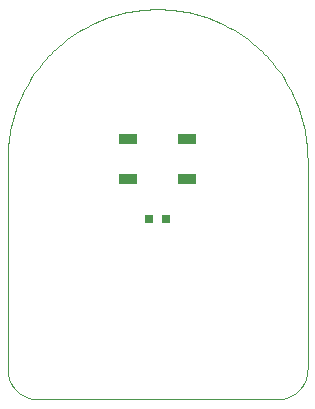
<source format=gtp>
G75*
%MOIN*%
%OFA0B0*%
%FSLAX25Y25*%
%IPPOS*%
%LPD*%
%AMOC8*
5,1,8,0,0,1.08239X$1,22.5*
%
%ADD10R,0.03150X0.03150*%
%ADD11C,0.00000*%
%ADD12R,0.05906X0.03543*%
D10*
X0053847Y0084006D03*
X0059753Y0084006D03*
D11*
X0096800Y0024006D02*
X0016800Y0024006D01*
X0016558Y0024009D01*
X0016317Y0024018D01*
X0016076Y0024032D01*
X0015835Y0024053D01*
X0015595Y0024079D01*
X0015355Y0024111D01*
X0015116Y0024149D01*
X0014879Y0024192D01*
X0014642Y0024242D01*
X0014407Y0024297D01*
X0014173Y0024357D01*
X0013941Y0024424D01*
X0013710Y0024495D01*
X0013481Y0024573D01*
X0013254Y0024656D01*
X0013029Y0024744D01*
X0012806Y0024838D01*
X0012586Y0024937D01*
X0012368Y0025042D01*
X0012153Y0025151D01*
X0011940Y0025266D01*
X0011730Y0025386D01*
X0011524Y0025511D01*
X0011320Y0025641D01*
X0011119Y0025776D01*
X0010922Y0025916D01*
X0010728Y0026060D01*
X0010538Y0026209D01*
X0010352Y0026363D01*
X0010169Y0026521D01*
X0009990Y0026683D01*
X0009815Y0026850D01*
X0009644Y0027021D01*
X0009477Y0027196D01*
X0009315Y0027375D01*
X0009157Y0027558D01*
X0009003Y0027744D01*
X0008854Y0027934D01*
X0008710Y0028128D01*
X0008570Y0028325D01*
X0008435Y0028526D01*
X0008305Y0028730D01*
X0008180Y0028936D01*
X0008060Y0029146D01*
X0007945Y0029359D01*
X0007836Y0029574D01*
X0007731Y0029792D01*
X0007632Y0030012D01*
X0007538Y0030235D01*
X0007450Y0030460D01*
X0007367Y0030687D01*
X0007289Y0030916D01*
X0007218Y0031147D01*
X0007151Y0031379D01*
X0007091Y0031613D01*
X0007036Y0031848D01*
X0006986Y0032085D01*
X0006943Y0032322D01*
X0006905Y0032561D01*
X0006873Y0032801D01*
X0006847Y0033041D01*
X0006826Y0033282D01*
X0006812Y0033523D01*
X0006803Y0033764D01*
X0006800Y0034006D01*
X0006800Y0104006D01*
X0006815Y0105224D01*
X0006859Y0106440D01*
X0006933Y0107656D01*
X0007037Y0108869D01*
X0007170Y0110079D01*
X0007333Y0111286D01*
X0007525Y0112488D01*
X0007746Y0113686D01*
X0007996Y0114878D01*
X0008275Y0116063D01*
X0008583Y0117241D01*
X0008920Y0118411D01*
X0009285Y0119573D01*
X0009678Y0120725D01*
X0010099Y0121868D01*
X0010548Y0122999D01*
X0011024Y0124120D01*
X0011528Y0125229D01*
X0012058Y0126325D01*
X0012615Y0127408D01*
X0013198Y0128477D01*
X0013806Y0129531D01*
X0014441Y0130571D01*
X0015100Y0131594D01*
X0015784Y0132602D01*
X0016493Y0133592D01*
X0017225Y0134565D01*
X0017981Y0135519D01*
X0018760Y0136455D01*
X0019561Y0137372D01*
X0020385Y0138269D01*
X0021230Y0139145D01*
X0022096Y0140001D01*
X0022983Y0140836D01*
X0023890Y0141648D01*
X0024816Y0142438D01*
X0025762Y0143206D01*
X0026725Y0143950D01*
X0027707Y0144670D01*
X0028706Y0145367D01*
X0029721Y0146039D01*
X0030753Y0146686D01*
X0031800Y0147307D01*
X0032862Y0147903D01*
X0033938Y0148473D01*
X0035027Y0149017D01*
X0036130Y0149533D01*
X0037245Y0150023D01*
X0038371Y0150486D01*
X0039508Y0150921D01*
X0040656Y0151328D01*
X0041813Y0151707D01*
X0042979Y0152058D01*
X0044153Y0152380D01*
X0045335Y0152674D01*
X0046524Y0152939D01*
X0047718Y0153174D01*
X0048918Y0153381D01*
X0050123Y0153558D01*
X0051331Y0153706D01*
X0052543Y0153824D01*
X0053758Y0153913D01*
X0054974Y0153973D01*
X0056191Y0154002D01*
X0057409Y0154002D01*
X0058626Y0153973D01*
X0059842Y0153913D01*
X0061057Y0153824D01*
X0062269Y0153706D01*
X0063477Y0153558D01*
X0064682Y0153381D01*
X0065882Y0153174D01*
X0067076Y0152939D01*
X0068265Y0152674D01*
X0069447Y0152380D01*
X0070621Y0152058D01*
X0071787Y0151707D01*
X0072944Y0151328D01*
X0074092Y0150921D01*
X0075229Y0150486D01*
X0076355Y0150023D01*
X0077470Y0149533D01*
X0078573Y0149017D01*
X0079662Y0148473D01*
X0080738Y0147903D01*
X0081800Y0147307D01*
X0082847Y0146686D01*
X0083879Y0146039D01*
X0084894Y0145367D01*
X0085893Y0144670D01*
X0086875Y0143950D01*
X0087838Y0143206D01*
X0088784Y0142438D01*
X0089710Y0141648D01*
X0090617Y0140836D01*
X0091504Y0140001D01*
X0092370Y0139145D01*
X0093215Y0138269D01*
X0094039Y0137372D01*
X0094840Y0136455D01*
X0095619Y0135519D01*
X0096375Y0134565D01*
X0097107Y0133592D01*
X0097816Y0132602D01*
X0098500Y0131594D01*
X0099159Y0130571D01*
X0099794Y0129531D01*
X0100402Y0128477D01*
X0100985Y0127408D01*
X0101542Y0126325D01*
X0102072Y0125229D01*
X0102576Y0124120D01*
X0103052Y0122999D01*
X0103501Y0121868D01*
X0103922Y0120725D01*
X0104315Y0119573D01*
X0104680Y0118411D01*
X0105017Y0117241D01*
X0105325Y0116063D01*
X0105604Y0114878D01*
X0105854Y0113686D01*
X0106075Y0112488D01*
X0106267Y0111286D01*
X0106430Y0110079D01*
X0106563Y0108869D01*
X0106667Y0107656D01*
X0106741Y0106440D01*
X0106785Y0105224D01*
X0106800Y0104006D01*
X0106800Y0034006D01*
X0106797Y0033764D01*
X0106788Y0033523D01*
X0106774Y0033282D01*
X0106753Y0033041D01*
X0106727Y0032801D01*
X0106695Y0032561D01*
X0106657Y0032322D01*
X0106614Y0032085D01*
X0106564Y0031848D01*
X0106509Y0031613D01*
X0106449Y0031379D01*
X0106382Y0031147D01*
X0106311Y0030916D01*
X0106233Y0030687D01*
X0106150Y0030460D01*
X0106062Y0030235D01*
X0105968Y0030012D01*
X0105869Y0029792D01*
X0105764Y0029574D01*
X0105655Y0029359D01*
X0105540Y0029146D01*
X0105420Y0028936D01*
X0105295Y0028730D01*
X0105165Y0028526D01*
X0105030Y0028325D01*
X0104890Y0028128D01*
X0104746Y0027934D01*
X0104597Y0027744D01*
X0104443Y0027558D01*
X0104285Y0027375D01*
X0104123Y0027196D01*
X0103956Y0027021D01*
X0103785Y0026850D01*
X0103610Y0026683D01*
X0103431Y0026521D01*
X0103248Y0026363D01*
X0103062Y0026209D01*
X0102872Y0026060D01*
X0102678Y0025916D01*
X0102481Y0025776D01*
X0102280Y0025641D01*
X0102076Y0025511D01*
X0101870Y0025386D01*
X0101660Y0025266D01*
X0101447Y0025151D01*
X0101232Y0025042D01*
X0101014Y0024937D01*
X0100794Y0024838D01*
X0100571Y0024744D01*
X0100346Y0024656D01*
X0100119Y0024573D01*
X0099890Y0024495D01*
X0099659Y0024424D01*
X0099427Y0024357D01*
X0099193Y0024297D01*
X0098958Y0024242D01*
X0098721Y0024192D01*
X0098484Y0024149D01*
X0098245Y0024111D01*
X0098005Y0024079D01*
X0097765Y0024053D01*
X0097524Y0024032D01*
X0097283Y0024018D01*
X0097042Y0024009D01*
X0096800Y0024006D01*
D12*
X0066643Y0097313D03*
X0066643Y0110699D03*
X0046957Y0110699D03*
X0046957Y0097313D03*
M02*

</source>
